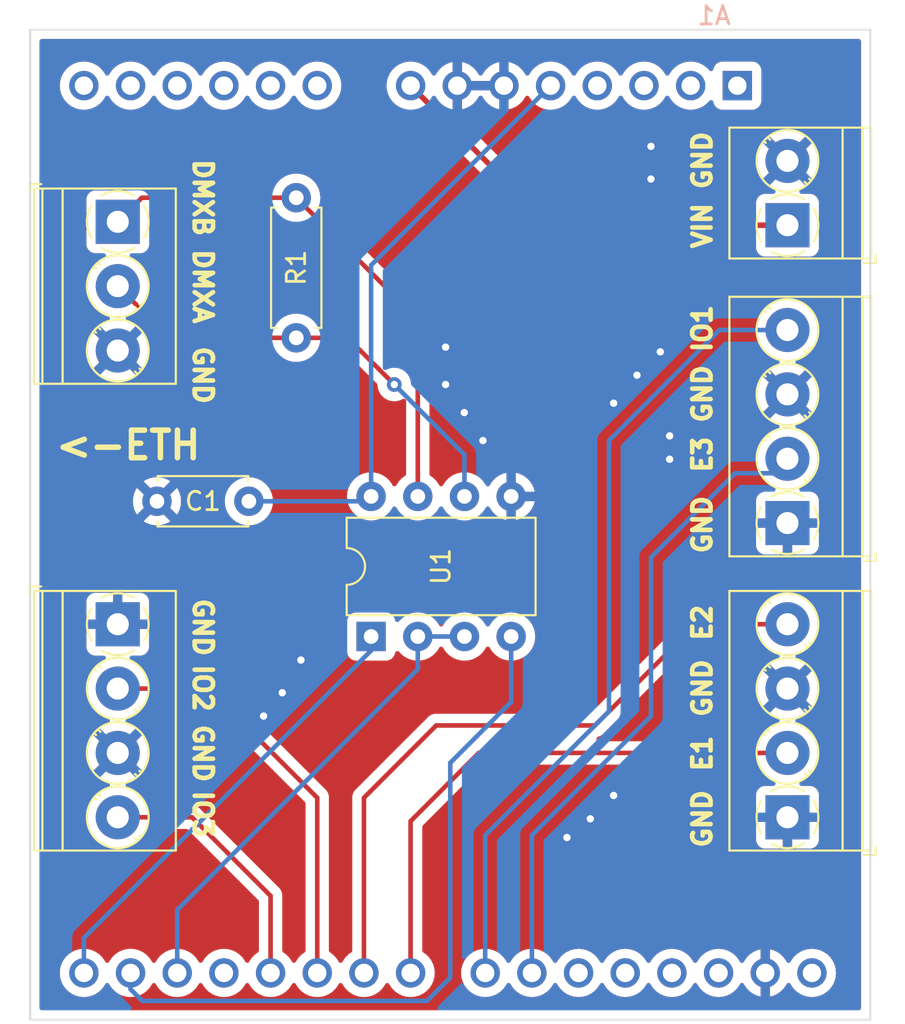
<source format=kicad_pcb>
(kicad_pcb (version 20211014) (generator pcbnew)
  (layers (0 "F.Cu" signal) (31 "B.Cu" signal) (34 "B.Paste" user) (35 "F.Paste" user) (36 "B.SilkS" user "B.Silkscreen") (37 "F.SilkS" user "F.Silkscreen") (38 "B.Mask" user) (39 "F.Mask" user) (44 "Edge.Cuts" user))
  (net 0 "")
  (net 5 "Net-(A1-Pad5)")
  (net 6 "GND")
  (net 7 "Net-(A1-Pad8)")
  (net 14 "/RS485_RX")
  (net 15 "/RS485_TX")
  (net 16 "/RS485_DE")
  (net 18 "Net-(A1-Pad19)")
  (net 19 "Net-(A1-Pad20)")
  (net 20 "Net-(A1-Pad21)")
  (net 21 "Net-(A1-Pad22)")
  (net 22 "Net-(A1-Pad23)")
  (net 23 "Net-(A1-Pad24)")
  (net 29 "/RS485_B")
  (net 30 "/RS485_A")
  (footprint "Capacitor_THT:C_Disc_D4.7mm_W2.5mm_P5.00mm" (layer "F.Cu") (at 137.628 87.884 180)
    (fp_text reference "C1" (at 2.5 0) (layer "F.SilkS"))
    (fp_text value "10uF")
    (fp_line (start 0.03 -1.37) (end 0.03 -1.055) (layer "F.SilkS") (width 0.12))
    (fp_line (start 0.03 -1.37) (end 4.97 -1.37) (layer "F.SilkS") (width 0.12))
    (fp_line (start 0.03 1.055) (end 0.03 1.37) (layer "F.SilkS") (width 0.12))
    (fp_line (start 4.97 1.055) (end 4.97 1.37) (layer "F.SilkS") (width 0.12))
    (fp_line (start 4.97 -1.37) (end 4.97 -1.055) (layer "F.SilkS") (width 0.12))
    (fp_line (start 0.03 1.37) (end 4.97 1.37) (layer "F.SilkS") (width 0.12))
    (pad "1" thru_hole circle (at 0 0 180) (size 1.6 1.6) (drill 0.8) (layers *.Cu *.Mask) (net 5 "Net-(A1-Pad5)"))
    (pad "2" thru_hole circle (at 5 0 180) (size 1.6 1.6) (drill 0.8) (layers *.Cu *.Mask) (net 6 "GND"))
  )
  (footprint "TerminalBlock_Phoenix:TerminalBlock_Phoenix_PT-1,5-4-3.5-H_1x04_P3.50mm_Horizontal" (layer "F.Cu") (at 166.94 105.072 90)
    (fp_text reference "J2" hide)
    (fp_text value "Conn_01x04")
    (fp_line (start -1.81 4.56) (end 12.31 4.56) (layer "F.SilkS") (width 0.12))
    (fp_line (start -1.81 4.1) (end 12.31 4.1) (layer "F.SilkS") (width 0.12))
    (fp_line (start 12.31 -3.16) (end 12.31 4.56) (layer "F.SilkS") (width 0.12))
    (fp_line (start 4.775 -1.069) (end 4.646 -0.941) (layer "F.SilkS") (width 0.12))
    (fp_line (start 11.775 -1.069) (end 11.646 -0.941) (layer "F.SilkS") (width 0.12))
    (fp_line (start 4.57 -1.275) (end 4.476 -1.181) (layer "F.SilkS") (width 0.12))
    (fp_line (start -2.05 4.16) (end -2.05 4.8) (layer "F.SilkS") (width 0.12))
    (fp_line (start 6.025 1.181) (end 5.931 1.274) (layer "F.SilkS") (width 0.12))
    (fp_line (start -1.81 -3.16) (end 12.31 -3.16) (layer "F.SilkS") (width 0.12))
    (fp_line (start 9.525 1.181) (end 9.431 1.274) (layer "F.SilkS") (width 0.12))
    (fp_line (start -1.81 3) (end 12.31 3) (layer "F.SilkS") (width 0.12))
    (fp_line (start -2.05 4.8) (end -1.65 4.8) (layer "F.SilkS") (width 0.12))
    (fp_line (start 2.525 1.181) (end 2.431 1.274) (layer "F.SilkS") (width 0.12))
    (fp_line (start 5.855 0.941) (end 5.726 1.069) (layer "F.SilkS") (width 0.12))
    (fp_line (start -1.81 -3.16) (end -1.81 4.56) (layer "F.SilkS") (width 0.12))
    (fp_line (start 11.57 -1.275) (end 11.476 -1.181) (layer "F.SilkS") (width 0.12))
    (fp_line (start 9.355 0.941) (end 9.226 1.069) (layer "F.SilkS") (width 0.12))
    (fp_line (start 8.07 -1.275) (end 7.976 -1.181) (layer "F.SilkS") (width 0.12))
    (fp_line (start 8.275 -1.069) (end 8.146 -0.941) (layer "F.SilkS") (width 0.12))
    (fp_line (start 2.355 0.941) (end 2.226 1.069) (layer "F.SilkS") (width 0.12))
    (fp_arc (start 0.890264 1.424721) (mid 0.463071 1.61492) (end 0 1.68) (layer "F.SilkS") (width 0.12))
    (fp_arc (start 0.028674 1.680099) (mid -0.435535 1.622918) (end -0.866 1.44) (layer "F.SilkS") (width 0.12))
    (fp_arc (start -0.889894 -1.425358) (mid -0.014012 -1.680286) (end 0.866 -1.44) (layer "F.SilkS") (width 0.12))
    (fp_arc (start -1.425358 0.889894) (mid -1.680286 0.014012) (end -1.44 -0.866) (layer "F.SilkS") (width 0.12))
    (fp_arc (start 1.425504 -0.890193) (mid 1.680626 0.000476) (end 1.425 0.891) (layer "F.SilkS") (width 0.12))
    (fp_circle (center 3.5 0) (end 5.18 0) (layer "F.SilkS") (width 0.12) (fill none))
    (fp_circle (center 7 0) (end 8.68 0) (layer "F.SilkS") (width 0.12) (fill none))
    (fp_circle (center 10.5 0) (end 12.18 0) (layer "F.SilkS") (width 0.12) (fill none))
    (pad "1" thru_hole rect (at 0 0 90) (size 2.4 2.4) (drill 1.2) (layers *.Cu *.Mask) (net 6 "GND"))
    (pad "2" thru_hole circle (at 3.5 0 90) (size 2.4 2.4) (drill 1.2) (layers *.Cu *.Mask) (net 21 "Net-(A1-Pad22)"))
    (pad "3" thru_hole circle (at 7 0 90) (size 2.4 2.4) (drill 1.2) (layers *.Cu *.Mask) (net 6 "GND"))
    (pad "4" thru_hole circle (at 10.5 0 90) (size 2.4 2.4) (drill 1.2) (layers *.Cu *.Mask) (net 20 "Net-(A1-Pad21)"))
  )
  (footprint "TerminalBlock_Phoenix:TerminalBlock_Phoenix_PT-1,5-3-3.5-H_1x03_P3.50mm_Horizontal" (layer "F.Cu") (at 130.494 72.684 -90)
    (fp_text reference "J5" hide)
    (fp_text value "Conn_01x03")
    (fp_line (start 2.355 0.941) (end 2.226 1.069) (layer "F.SilkS") (width 0.12))
    (fp_line (start -2.05 4.8) (end -1.65 4.8) (layer "F.SilkS") (width 0.12))
    (fp_line (start 8.81 -3.16) (end 8.81 4.56) (layer "F.SilkS") (width 0.12))
    (fp_line (start -1.81 -3.16) (end -1.81 4.56) (layer "F.SilkS") (width 0.12))
    (fp_line (start -1.81 4.1) (end 8.81 4.1) (layer "F.SilkS") (width 0.12))
    (fp_line (start 4.775 -1.069) (end 4.646 -0.941) (layer "F.SilkS") (width 0.12))
    (fp_line (start -1.81 3) (end 8.81 3) (layer "F.SilkS") (width 0.12))
    (fp_line (start 8.07 -1.275) (end 7.976 -1.181) (layer "F.SilkS") (width 0.12))
    (fp_line (start -1.81 4.56) (end 8.81 4.56) (layer "F.SilkS") (width 0.12))
    (fp_line (start 6.025 1.181) (end 5.931 1.274) (layer "F.SilkS") (width 0.12))
    (fp_line (start -2.05 4.16) (end -2.05 4.8) (layer "F.SilkS") (width 0.12))
    (fp_line (start 2.525 1.181) (end 2.431 1.274) (layer "F.SilkS") (width 0.12))
    (fp_line (start -1.81 -3.16) (end 8.81 -3.16) (layer "F.SilkS") (width 0.12))
    (fp_line (start 5.855 0.941) (end 5.726 1.069) (layer "F.SilkS") (width 0.12))
    (fp_line (start 4.57 -1.275) (end 4.476 -1.181) (layer "F.SilkS") (width 0.12))
    (fp_line (start 8.275 -1.069) (end 8.146 -0.941) (layer "F.SilkS") (width 0.12))
    (fp_arc (start 0.028674 1.680099) (mid -0.435535 1.622918) (end -0.866 1.44) (layer "F.SilkS") (width 0.12))
    (fp_arc (start 0.890264 1.424721) (mid 0.463071 1.61492) (end 0 1.68) (layer "F.SilkS") (width 0.12))
    (fp_arc (start 1.425504 -0.890193) (mid 1.680626 0.000476) (end 1.425 0.891) (layer "F.SilkS") (width 0.12))
    (fp_arc (start -0.889894 -1.425358) (mid -0.014012 -1.680286) (end 0.866 -1.44) (layer "F.SilkS") (width 0.12))
    (fp_arc (start -1.425358 0.889894) (mid -1.680286 0.014012) (end -1.44 -0.866) (layer "F.SilkS") (width 0.12))
    (fp_circle (center 3.5 0) (end 5.18 0) (layer "F.SilkS") (width 0.12) (fill none))
    (fp_circle (center 7 0) (end 8.68 0) (layer "F.SilkS") (width 0.12) (fill none))
    (pad "1" thru_hole rect (at 0 0 270) (size 2.4 2.4) (drill 1.2) (layers *.Cu *.Mask) (net 29 "/RS485_B"))
    (pad "2" thru_hole circle (at 3.5 0 270) (size 2.4 2.4) (drill 1.2) (layers *.Cu *.Mask) (net 30 "/RS485_A"))
    (pad "3" thru_hole circle (at 7 0 270) (size 2.4 2.4) (drill 1.2) (layers *.Cu *.Mask) (net 6 "GND"))
  )
  (footprint "Package_DIP:DIP-8_W7.62mm" (layer "F.Cu") (at 144.282 95.24 90)
    (fp_text reference "U1" (at 3.81 3.8 90) (layer "F.SilkS"))
    (fp_text value "MAX485E")
    (fp_line (start 1.16 8.95) (end 6.46 8.95) (layer "F.SilkS") (width 0.12))
    (fp_line (start 6.46 -1.33) (end 4.81 -1.33) (layer "F.SilkS") (width 0.12))
    (fp_line (start 1.16 -1.33) (end 1.16 8.95) (layer "F.SilkS") (width 0.12))
    (fp_line (start 6.46 8.95) (end 6.46 -1.33) (layer "F.SilkS") (width 0.12))
    (fp_line (start 2.81 -1.33) (end 1.16 -1.33) (layer "F.SilkS") (width 0.12))
    (fp_arc (start 4.81 -1.33) (mid 3.81 -0.33) (end 2.81 -1.33) (layer "F.SilkS") (width 0.12))
    (pad "1" thru_hole rect (at 0 0 90) (size 1.6 1.6) (drill 0.8) (layers *.Cu *.Mask) (net 14 "/RS485_RX"))
    (pad "2" thru_hole oval (at 0 2.54 90) (size 1.6 1.6) (drill 0.8) (layers *.Cu *.Mask) (net 16 "/RS485_DE"))
    (pad "3" thru_hole oval (at 0 5.08 90) (size 1.6 1.6) (drill 0.8) (layers *.Cu *.Mask) (net 16 "/RS485_DE"))
    (pad "4" thru_hole oval (at 0 7.62 90) (size 1.6 1.6) (drill 0.8) (layers *.Cu *.Mask) (net 15 "/RS485_TX"))
    (pad "5" thru_hole oval (at 7.62 7.62 90) (size 1.6 1.6) (drill 0.8) (layers *.Cu *.Mask) (net 6 "GND"))
    (pad "6" thru_hole oval (at 7.62 5.08 90) (size 1.6 1.6) (drill 0.8) (layers *.Cu *.Mask) (net 30 "/RS485_A"))
    (pad "7" thru_hole oval (at 7.62 2.54 90) (size 1.6 1.6) (drill 0.8) (layers *.Cu *.Mask) (net 29 "/RS485_B"))
    (pad "8" thru_hole oval (at 7.62 0 90) (size 1.6 1.6) (drill 0.8) (layers *.Cu *.Mask) (net 5 "Net-(A1-Pad5)"))
  )
  (footprint "TerminalBlock_Phoenix:TerminalBlock_Phoenix_PT-1,5-4-3.5-H_1x04_P3.50mm_Horizontal" (layer "F.Cu") (at 130.494 94.572 -90)
    (fp_text reference "J1" hide)
    (fp_text value "Conn_01x04")
    (fp_line (start -1.81 4.56) (end 12.31 4.56) (layer "F.SilkS") (width 0.12))
    (fp_line (start 8.275 -1.069) (end 8.146 -0.941) (layer "F.SilkS") (width 0.12))
    (fp_line (start 4.57 -1.275) (end 4.476 -1.181) (layer "F.SilkS") (width 0.12))
    (fp_line (start -1.81 -3.16) (end 12.31 -3.16) (layer "F.SilkS") (width 0.12))
    (fp_line (start -2.05 4.8) (end -1.65 4.8) (layer "F.SilkS") (width 0.12))
    (fp_line (start -1.81 -3.16) (end -1.81 4.56) (layer "F.SilkS") (width 0.12))
    (fp_line (start 4.775 -1.069) (end 4.646 -0.941) (layer "F.SilkS") (width 0.12))
    (fp_line (start 5.855 0.941) (end 5.726 1.069) (layer "F.SilkS") (width 0.12))
    (fp_line (start -1.81 4.1) (end 12.31 4.1) (layer "F.SilkS") (width 0.12))
    (fp_line (start 11.57 -1.275) (end 11.476 -1.181) (layer "F.SilkS") (width 0.12))
    (fp_line (start -2.05 4.16) (end -2.05 4.8) (layer "F.SilkS") (width 0.12))
    (fp_line (start 6.025 1.181) (end 5.931 1.274) (layer "F.SilkS") (width 0.12))
    (fp_line (start 12.31 -3.16) (end 12.31 4.56) (layer "F.SilkS") (width 0.12))
    (fp_line (start -1.81 3) (end 12.31 3) (layer "F.SilkS") (width 0.12))
    (fp_line (start 9.525 1.181) (end 9.431 1.274) (layer "F.SilkS") (width 0.12))
    (fp_line (start 9.355 0.941) (end 9.226 1.069) (layer "F.SilkS") (width 0.12))
    (fp_line (start 2.355 0.941) (end 2.226 1.069) (layer "F.SilkS") (width 0.12))
    (fp_line (start 2.525 1.181) (end 2.431 1.274) (layer "F.SilkS") (width 0.12))
    (fp_line (start 8.07 -1.275) (end 7.976 -1.181) (layer "F.SilkS") (width 0.12))
    (fp_line (start 11.775 -1.069) (end 11.646 -0.941) (layer "F.SilkS") (width 0.12))
    (fp_arc (start 0.890264 1.424721) (mid 0.463071 1.61492) (end 0 1.68) (layer "F.SilkS") (width 0.12))
    (fp_arc (start -1.425358 0.889894) (mid -1.680286 0.014012) (end -1.44 -0.866) (layer "F.SilkS") (width 0.12))
    (fp_arc (start 1.425504 -0.890193) (mid 1.680626 0.000476) (end 1.425 0.891) (layer "F.SilkS") (width 0.12))
    (fp_arc (start -0.889894 -1.425358) (mid -0.014012 -1.680286) (end 0.866 -1.44) (layer "F.SilkS") (width 0.12))
    (fp_arc (start 0.028674 1.680099) (mid -0.435535 1.622918) (end -0.866 1.44) (layer "F.SilkS") (width 0.12))
    (fp_circle (center 7 0) (end 8.68 0) (layer "F.SilkS") (width 0.12) (fill none))
    (fp_circle (center 3.5 0) (end 5.18 0) (layer "F.SilkS") (width 0.12) (fill none))
    (fp_circle (center 10.5 0) (end 12.18 0) (layer "F.SilkS") (width 0.12) (fill none))
    (pad "1" thru_hole rect (at 0 0 270) (size 2.4 2.4) (drill 1.2) (layers *.Cu *.Mask) (net 6 "GND"))
    (pad "2" thru_hole circle (at 3.5 0 270) (size 2.4 2.4) (drill 1.2) (layers *.Cu *.Mask) (net 19 "Net-(A1-Pad20)"))
    (pad "3" thru_hole circle (at 7 0 270) (size 2.4 2.4) (drill 1.2) (layers *.Cu *.Mask) (net 6 "GND"))
    (pad "4" thru_hole circle (at 10.5 0 270) (size 2.4 2.4) (drill 1.2) (layers *.Cu *.Mask) (net 18 "Net-(A1-Pad19)"))
  )
  (footprint "TerminalBlock_Phoenix:TerminalBlock_Phoenix_PT-1,5-4-3.5-H_1x04_P3.50mm_Horizontal" (layer "F.Cu") (at 166.94 89.07 90)
    (fp_text reference "J3" hide)
    (fp_text value "Conn_01x04")
    (fp_line (start 6.025 1.181) (end 5.931 1.274) (layer "F.SilkS") (width 0.12))
    (fp_line (start -2.05 4.8) (end -1.65 4.8) (layer "F.SilkS") (width 0.12))
    (fp_line (start -2.05 4.16) (end -2.05 4.8) (layer "F.SilkS") (width 0.12))
    (fp_line (start -1.81 3) (end 12.31 3) (layer "F.SilkS") (width 0.12))
    (fp_line (start 4.57 -1.275) (end 4.476 -1.181) (layer "F.SilkS") (width 0.12))
    (fp_line (start 9.355 0.941) (end 9.226 1.069) (layer "F.SilkS") (width 0.12))
    (fp_line (start 12.31 -3.16) (end 12.31 4.56) (layer "F.SilkS") (width 0.12))
    (fp_line (start 11.57 -1.275) (end 11.476 -1.181) (layer "F.SilkS") (width 0.12))
    (fp_line (start -1.81 4.1) (end 12.31 4.1) (layer "F.SilkS") (width 0.12))
    (fp_line (start 8.07 -1.275) (end 7.976 -1.181) (layer "F.SilkS") (width 0.12))
    (fp_line (start 9.525 1.181) (end 9.431 1.274) (layer "F.SilkS") (width 0.12))
    (fp_line (start 4.775 -1.069) (end 4.646 -0.941) (layer "F.SilkS") (width 0.12))
    (fp_line (start 11.775 -1.069) (end 11.646 -0.941) (layer "F.SilkS") (width 0.12))
    (fp_line (start 2.525 1.181) (end 2.431 1.274) (layer "F.SilkS") (width 0.12))
    (fp_line (start -1.81 -3.16) (end 12.31 -3.16) (layer "F.SilkS") (width 0.12))
    (fp_line (start 2.355 0.941) (end 2.226 1.069) (layer "F.SilkS") (width 0.12))
    (fp_line (start -1.81 4.56) (end 12.31 4.56) (layer "F.SilkS") (width 0.12))
    (fp_line (start 8.275 -1.069) (end 8.146 -0.941) (layer "F.SilkS") (width 0.12))
    (fp_line (start 5.855 0.941) (end 5.726 1.069) (layer "F.SilkS") (width 0.12))
    (fp_line (start -1.81 -3.16) (end -1.81 4.56) (layer "F.SilkS") (width 0.12))
    (fp_arc (start -1.425358 0.889894) (mid -1.680286 0.014012) (end -1.44 -0.866) (layer "F.SilkS") (width 0.12))
    (fp_arc (start 0.028674 1.680099) (mid -0.435535 1.622918) (end -0.866 1.44) (layer "F.SilkS") (width 0.12))
    (fp_arc (start 1.425504 -0.890193) (mid 1.680626 0.000476) (end 1.425 0.891) (layer "F.SilkS") (width 0.12))
    (fp_arc (start -0.889894 -1.425358) (mid -0.014012 -1.680286) (end 0.866 -1.44) (layer "F.SilkS") (width 0.12))
    (fp_arc (start 0.890264 1.424721) (mid 0.463071 1.61492) (end 0 1.68) (layer "F.SilkS") (width 0.12))
    (fp_circle (center 10.5 0) (end 12.18 0) (layer "F.SilkS") (width 0.12) (fill none))
    (fp_circle (center 7 0) (end 8.68 0) (layer "F.SilkS") (width 0.12) (fill none))
    (fp_circle (center 3.5 0) (end 5.18 0) (layer "F.SilkS") (width 0.12) (fill none))
    (pad "1" thru_hole rect (at 0 0 90) (size 2.4 2.4) (drill 1.2) (layers *.Cu *.Mask) (net 6 "GND"))
    (pad "2" thru_hole circle (at 3.5 0 90) (size 2.4 2.4) (drill 1.2) (layers *.Cu *.Mask) (net 23 "Net-(A1-Pad24)"))
    (pad "3" thru_hole circle (at 7 0 90) (size 2.4 2.4) (drill 1.2) (layers *.Cu *.Mask) (net 6 "GND"))
    (pad "4" thru_hole circle (at 10.5 0 90) (size 2.4 2.4) (drill 1.2) (layers *.Cu *.Mask) (net 22 "Net-(A1-Pad23)"))
  )
  (footprint "Resistor_THT:R_Axial_DIN0207_L6.3mm_D2.5mm_P7.62mm_Horizontal" (layer "F.Cu") (at 140.208 71.374 -90)
    (fp_text reference "R1" (at 3.81 0 90) (layer "F.SilkS"))
    (fp_text value "120")
    (fp_line (start 7.08 1.37) (end 7.08 1.04) (layer "F.SilkS") (width 0.12))
    (fp_line (start 7.08 -1.37) (end 7.08 -1.04) (layer "F.SilkS") (width 0.12))
    (fp_line (start 0.54 1.04) (end 0.54 1.37) (layer "F.SilkS") (width 0.12))
    (fp_line (start 0.54 -1.04) (end 0.54 -1.37) (layer "F.SilkS") (width 0.12))
    (fp_line (start 0.54 1.37) (end 7.08 1.37) (layer "F.SilkS") (width 0.12))
    (fp_line (start 0.54 -1.37) (end 7.08 -1.37) (layer "F.SilkS") (width 0.12))
    (pad "1" thru_hole circle (at 0 0 270) (size 1.6 1.6) (drill 0.8) (layers *.Cu *.Mask) (net 29 "/RS485_B"))
    (pad "2" thru_hole oval (at 7.62 0 270) (size 1.6 1.6) (drill 0.8) (layers *.Cu *.Mask) (net 30 "/RS485_A"))
  )
  (footprint "TerminalBlock_Phoenix:TerminalBlock_Phoenix_PT-1,5-2-3.5-H_1x02_P3.50mm_Horizontal" (layer "F.Cu") (at 166.94 72.87 90)
    (fp_text reference "J4" hide)
    (fp_text value "Conn_01x02")
    (fp_line (start -1.81 4.56) (end 5.31 4.56) (layer "F.SilkS") (width 0.12))
    (fp_line (start 4.775 -1.069) (end 4.646 -0.941) (layer "F.SilkS") (width 0.12))
    (fp_line (start -1.81 -3.16) (end 5.31 -3.16) (layer "F.SilkS") (width 0.12))
    (fp_line (start -1.81 3) (end 5.31 3) (layer "F.SilkS") (width 0.12))
    (fp_line (start -1.81 4.1) (end 5.31 4.1) (layer "F.SilkS") (width 0.12))
    (fp_line (start -1.81 -3.16) (end -1.81 4.56) (layer "F.SilkS") (width 0.12))
    (fp_line (start -2.05 4.16) (end -2.05 4.8) (layer "F.SilkS") (width 0.12))
    (fp_line (start -2.05 4.8) (end -1.65 4.8) (layer "F.SilkS") (width 0.12))
    (fp_line (start 2.525 1.181) (end 2.431 1.274) (layer "F.SilkS") (width 0.12))
    (fp_line (start 2.355 0.941) (end 2.226 1.069) (layer "F.SilkS") (width 0.12))
    (fp_line (start 4.57 -1.275) (end 4.476 -1.181) (layer "F.SilkS") (width 0.12))
    (fp_line (start 5.31 -3.16) (end 5.31 4.56) (layer "F.SilkS") (width 0.12))
    (fp_arc (start -0.889894 -1.425358) (mid -0.014012 -1.680286) (end 0.866 -1.44) (layer "F.SilkS") (width 0.12))
    (fp_arc (start -1.425358 0.889894) (mid -1.680286 0.014012) (end -1.44 -0.866) (layer "F.SilkS") (width 0.12))
    (fp_arc (start 0.890264 1.424721) (mid 0.463071 1.61492) (end 0 1.68) (layer "F.SilkS") (width 0.12))
    (fp_arc (start 0.028674 1.680099) (mid -0.435535 1.622918) (end -0.866 1.44) (layer "F.SilkS") (width 0.12))
    (fp_arc (start 1.425504 -0.890193) (mid 1.680626 0.000476) (end 1.425 0.891) (layer "F.SilkS") (width 0.12))
    (fp_circle (center 3.5 0) (end 5.18 0) (layer "F.SilkS") (width 0.12) (fill none))
    (pad "1" thru_hole rect (at 0 0 90) (size 2.4 2.4) (drill 1.2) (layers *.Cu *.Mask) (net 7 "Net-(A1-Pad8)"))
    (pad "2" thru_hole circle (at 3.5 0 90) (size 2.4 2.4) (drill 1.2) (layers *.Cu *.Mask) (net 6 "GND"))
  )
  (footprint "Module:Arduino_UNO_R2" (layer "B.Cu") (at 164.211 65.278 180)
    (fp_text reference "A1" (at 1.27 3.81) (layer "B.SilkS") (effects (justify mirror)))
    (fp_text value "Arduino_UNO_R2")
    (pad "1" thru_hole rect (at 0 0 90) (size 1.6 1.6) (drill 1) (layers *.Cu *.Mask))
    (pad "2" thru_hole oval (at 2.54 0 90) (size 1.6 1.6) (drill 1) (layers *.Cu *.Mask))
    (pad "3" thru_hole oval (at 5.08 0 90) (size 1.6 1.6) (drill 1) (layers *.Cu *.Mask))
    (pad "4" thru_hole oval (at 7.62 0 90) (size 1.6 1.6) (drill 1) (layers *.Cu *.Mask))
    (pad "5" thru_hole oval (at 10.16 0 90) (size 1.6 1.6) (drill 1) (layers *.Cu *.Mask) (net 5 "Net-(A1-Pad5)"))
    (pad "6" thru_hole oval (at 12.7 0 90) (size 1.6 1.6) (drill 1) (layers *.Cu *.Mask) (net 6 "GND"))
    (pad "7" thru_hole oval (at 15.24 0 90) (size 1.6 1.6) (drill 1) (layers *.Cu *.Mask) (net 6 "GND"))
    (pad "8" thru_hole oval (at 17.78 0 90) (size 1.6 1.6) (drill 1) (layers *.Cu *.Mask) (net 7 "Net-(A1-Pad8)"))
    (pad "9" thru_hole oval (at 22.86 0 90) (size 1.6 1.6) (drill 1) (layers *.Cu *.Mask))
    (pad "10" thru_hole oval (at 25.4 0 90) (size 1.6 1.6) (drill 1) (layers *.Cu *.Mask))
    (pad "11" thru_hole oval (at 27.94 0 90) (size 1.6 1.6) (drill 1) (layers *.Cu *.Mask))
    (pad "12" thru_hole oval (at 30.48 0 90) (size 1.6 1.6) (drill 1) (layers *.Cu *.Mask))
    (pad "13" thru_hole oval (at 33.02 0 90) (size 1.6 1.6) (drill 1) (layers *.Cu *.Mask))
    (pad "14" thru_hole oval (at 35.56 0 90) (size 1.6 1.6) (drill 1) (layers *.Cu *.Mask))
    (pad "15" thru_hole oval (at 35.56 -48.26 90) (size 1.6 1.6) (drill 1) (layers *.Cu *.Mask) (net 14 "/RS485_RX"))
    (pad "16" thru_hole oval (at 33.02 -48.26 90) (size 1.6 1.6) (drill 1) (layers *.Cu *.Mask) (net 15 "/RS485_TX"))
    (pad "17" thru_hole oval (at 30.48 -48.26 90) (size 1.6 1.6) (drill 1) (layers *.Cu *.Mask) (net 16 "/RS485_DE"))
    (pad "18" thru_hole oval (at 27.94 -48.26 90) (size 1.6 1.6) (drill 1) (layers *.Cu *.Mask))
    (pad "19" thru_hole oval (at 25.4 -48.26 90) (size 1.6 1.6) (drill 1) (layers *.Cu *.Mask) (net 18 "Net-(A1-Pad19)"))
    (pad "20" thru_hole oval (at 22.86 -48.26 90) (size 1.6 1.6) (drill 1) (layers *.Cu *.Mask) (net 19 "Net-(A1-Pad20)"))
    (pad "21" thru_hole oval (at 20.32 -48.26 90) (size 1.6 1.6) (drill 1) (layers *.Cu *.Mask) (net 20 "Net-(A1-Pad21)"))
    (pad "22" thru_hole oval (at 17.78 -48.26 90) (size 1.6 1.6) (drill 1) (layers *.Cu *.Mask) (net 21 "Net-(A1-Pad22)"))
    (pad "23" thru_hole oval (at 13.72 -48.26 90) (size 1.6 1.6) (drill 1) (layers *.Cu *.Mask) (net 22 "Net-(A1-Pad23)"))
    (pad "24" thru_hole oval (at 11.18 -48.26 90) (size 1.6 1.6) (drill 1) (layers *.Cu *.Mask) (net 23 "Net-(A1-Pad24)"))
    (pad "25" thru_hole oval (at 8.64 -48.26 90) (size 1.6 1.6) (drill 1) (layers *.Cu *.Mask))
    (pad "26" thru_hole oval (at 6.1 -48.26 90) (size 1.6 1.6) (drill 1) (layers *.Cu *.Mask))
    (pad "27" thru_hole oval (at 3.56 -48.26 90) (size 1.6 1.6) (drill 1) (layers *.Cu *.Mask))
    (pad "28" thru_hole oval (at 1.02 -48.26 90) (size 1.6 1.6) (drill 1) (layers *.Cu *.Mask))
    (pad "29" thru_hole oval (at -1.52 -48.26 90) (size 1.6 1.6) (drill 1) (layers *.Cu *.Mask) (net 6 "GND"))
    (pad "30" thru_hole oval (at -4.06 -48.26 90) (size 1.6 1.6) (drill 1) (layers *.Cu *.Mask))
  )
  (gr_rect (start 125.73 62.23) (end 171.45 116.078) (layer "Edge.Cuts") (width 0.1) (fill none))
  (gr_text "GND" (at 135.128 94.742 270) (layer "F.SilkS") (effects (font (size 1 1) (thickness 0.25))))
  (gr_text "GND" (at 135.128 101.6 270) (layer "F.SilkS") (effects (font (size 1 1) (thickness 0.25))))
  (gr_text "GND" (at 162.306 82.042 90) (layer "F.SilkS") (effects (font (size 1 1) (thickness 0.25))))
  (gr_text "IO1" (at 162.306 78.486 90) (layer "F.SilkS") (effects (font (size 1 1) (thickness 0.25))))
  (gr_text "DMXB" (at 135.128 71.374 270) (layer "F.SilkS") (effects (font (size 1 1) (thickness 0.25))))
  (gr_text "IO2" (at 135.128 98.044 270) (layer "F.SilkS") (effects (font (size 1 1) (thickness 0.25))))
  (gr_text "IO3" (at 135.128 104.902 270) (layer "F.SilkS") (effects (font (size 1 1) (thickness 0.25))))
  (gr_text "GND" (at 162.306 69.342 90) (layer "F.SilkS") (effects (font (size 1 1) (thickness 0.25))))
  (gr_text "GND" (at 162.306 105.156 90) (layer "F.SilkS") (effects (font (size 1 1) (thickness 0.25))))
  (gr_text "E1" (at 162.306 101.6 90) (layer "F.SilkS") (effects (font (size 1 1) (thickness 0.25))))
  (gr_text "VIN" (at 162.306 72.898 90) (layer "F.SilkS") (effects (font (size 1 1) (thickness 0.25))))
  (gr_text "GND" (at 162.306 89.154 90) (layer "F.SilkS") (effects (font (size 1 1) (thickness 0.25))))
  (gr_text "<-ETH" (at 131.064 84.836) (layer "F.SilkS") (effects (font (size 1.5 1.5) (thickness 0.3))))
  (gr_text "GND" (at 162.306 98.044 90) (layer "F.SilkS") (effects (font (size 1 1) (thickness 0.25))))
  (gr_text "DMXA" (at 135.128 76.2 270) (layer "F.SilkS") (effects (font (size 1 1) (thickness 0.25))))
  (gr_text "GND" (at 135.128 81.026 270) (layer "F.SilkS") (effects (font (size 1 1) (thickness 0.25))))
  (gr_text "E2" (at 162.306 94.488 90) (layer "F.SilkS") (effects (font (size 1 1) (thickness 0.25))))
  (gr_text "E3" (at 162.306 85.344 90) (layer "F.SilkS") (effects (font (size 1 1) (thickness 0.25))))
  (segment (start 144.282 75.047) (end 154.051 65.278) (width 0.25) (layer "B.Cu") (net 5))
  (segment (start 144.018 87.884) (end 144.282 87.62) (width 0.25) (layer "B.Cu") (net 5))
  (segment (start 137.628 87.884) (end 144.018 87.884) (width 0.25) (layer "B.Cu") (net 5))
  (segment (start 144.282 87.62) (end 144.282 75.047) (width 0.25) (layer "B.Cu") (net 5))
  (via (at 157.48 103.886) (size 0.8) (drill 0.4) (layers "F.Cu" "B.Cu") (net 6))
  (via (at 157.48 82.55) (size 0.8) (drill 0.4) (layers "F.Cu" "B.Cu") (net 6))
  (via (at 139.446 98.298) (size 0.8) (drill 0.4) (layers "F.Cu" "B.Cu") (net 6))
  (via (at 150.368 84.582) (size 0.8) (drill 0.4) (layers "F.Cu" "B.Cu") (net 6))
  (via (at 160.528 84.328) (size 0.8) (drill 0.4) (layers "F.Cu" "B.Cu") (net 6))
  (via (at 159.512 70.358) (size 0.8) (drill 0.4) (layers "F.Cu" "B.Cu") (net 6))
  (via (at 160.528 85.598) (size 0.8) (drill 0.4) (layers "F.Cu" "B.Cu") (net 6))
  (via (at 154.94 106.172) (size 0.8) (drill 0.4) (layers "F.Cu" "B.Cu") (net 6))
  (via (at 138.43 99.568) (size 0.8) (drill 0.4) (layers "F.Cu" "B.Cu") (net 6))
  (via (at 159.512 68.58) (size 0.8) (drill 0.4) (layers "F.Cu" "B.Cu") (net 6))
  (via (at 160.02 79.756) (size 0.8) (drill 0.4) (layers "F.Cu" "B.Cu") (net 6))
  (via (at 148.336 81.534) (size 0.8) (drill 0.4) (layers "F.Cu" "B.Cu") (net 6))
  (via (at 156.21 105.156) (size 0.8) (drill 0.4) (layers "F.Cu" "B.Cu") (net 6))
  (via (at 148.336 79.502) (size 0.8) (drill 0.4) (layers "F.Cu" "B.Cu") (net 6))
  (via (at 149.352 83.058) (size 0.8) (drill 0.4) (layers "F.Cu" "B.Cu") (net 6))
  (via (at 158.75 81.026) (size 0.8) (drill 0.4) (layers "F.Cu" "B.Cu") (net 6))
  (via (at 140.462 96.52) (size 0.8) (drill 0.4) (layers "F.Cu" "B.Cu") (net 6))
  (segment (start 166.94 72.87) (end 154.023 72.87) (width 0.3) (layer "F.Cu") (net 7))
  (segment (start 154.023 72.87) (end 146.431 65.278) (width 0.3) (layer "F.Cu") (net 7))
  (segment (start 128.651 111.633) (end 144.282 96.002) (width 0.25) (layer "B.Cu") (net 14))
  (segment (start 144.282 96.002) (end 144.282 95.24) (width 0.25) (layer "B.Cu") (net 14))
  (segment (start 128.651 113.538) (end 128.651 111.633) (width 0.25) (layer "B.Cu") (net 14))
  (segment (start 131.826 115.062) (end 147.32 115.062) (width 0.25) (layer "B.Cu") (net 15))
  (segment (start 131.191 114.427) (end 131.826 115.062) (width 0.25) (layer "B.Cu") (net 15))
  (segment (start 148.59 102.108) (end 151.902 98.796) (width 0.25) (layer "B.Cu") (net 15))
  (segment (start 151.902 98.796) (end 151.902 95.24) (width 0.25) (layer "B.Cu") (net 15))
  (segment (start 147.32 115.062) (end 148.59 113.792) (width 0.25) (layer "B.Cu") (net 15))
  (segment (start 131.191 113.538) (end 131.191 114.427) (width 0.25) (layer "B.Cu") (net 15))
  (segment (start 148.59 113.792) (end 148.59 102.108) (width 0.25) (layer "B.Cu") (net 15))
  (segment (start 133.731 110.109) (end 146.822 97.018) (width 0.25) (layer "B.Cu") (net 16))
  (segment (start 146.822 97.018) (end 146.822 95.24) (width 0.25) (layer "B.Cu") (net 16))
  (segment (start 133.731 113.538) (end 133.731 110.109) (width 0.25) (layer "B.Cu") (net 16))
  (segment (start 149.362 95.24) (end 146.822 95.24) (width 0.25) (layer "B.Cu") (net 16))
  (segment (start 138.811 109.347) (end 134.536 105.072) (width 0.25) (layer "F.Cu") (net 18))
  (segment (start 134.536 105.072) (end 130.494 105.072) (width 0.25) (layer "F.Cu") (net 18))
  (segment (start 138.811 113.538) (end 138.811 109.347) (width 0.25) (layer "F.Cu") (net 18))
  (segment (start 141.351 104.013) (end 141.351 113.538) (width 0.25) (layer "F.Cu") (net 19))
  (segment (start 130.494 98.072) (end 135.41 98.072) (width 0.25) (layer "F.Cu") (net 19))
  (segment (start 135.41 98.072) (end 141.351 104.013) (width 0.25) (layer "F.Cu") (net 19))
  (segment (start 161.968 94.572) (end 166.94 94.572) (width 0.25) (layer "F.Cu") (net 20))
  (segment (start 143.891 104.013) (end 147.828 100.076) (width 0.25) (layer "F.Cu") (net 20))
  (segment (start 147.828 100.076) (end 156.464 100.076) (width 0.25) (layer "F.Cu") (net 20))
  (segment (start 156.464 100.076) (end 161.968 94.572) (width 0.25) (layer "F.Cu") (net 20))
  (segment (start 143.891 113.538) (end 143.891 104.013) (width 0.25) (layer "F.Cu") (net 20))
  (segment (start 166.94 101.572) (end 150.142 101.572) (width 0.25) (layer "F.Cu") (net 21))
  (segment (start 146.431 105.283) (end 146.431 113.538) (width 0.25) (layer "F.Cu") (net 21))
  (segment (start 150.142 101.572) (end 146.431 105.283) (width 0.25) (layer "F.Cu") (net 21))
  (segment (start 163.238 78.57) (end 157.226 84.582) (width 0.25) (layer "B.Cu") (net 22))
  (segment (start 157.226 99.314) (end 150.491 106.049) (width 0.25) (layer "B.Cu") (net 22))
  (segment (start 150.491 106.049) (end 150.491 113.538) (width 0.25) (layer "B.Cu") (net 22))
  (segment (start 157.226 84.582) (end 157.226 99.314) (width 0.25) (layer "B.Cu") (net 22))
  (segment (start 166.94 78.57) (end 163.238 78.57) (width 0.25) (layer "B.Cu") (net 22))
  (segment (start 166.15 86.36) (end 166.94 85.57) (width 0.25) (layer "B.Cu") (net 23))
  (segment (start 159.512 90.932) (end 164.084 86.36) (width 0.25) (layer "B.Cu") (net 23))
  (segment (start 164.084 86.36) (end 166.15 86.36) (width 0.25) (layer "B.Cu") (net 23))
  (segment (start 159.512 99.568) (end 159.512 90.932) (width 0.25) (layer "B.Cu") (net 23))
  (segment (start 153.031 106.049) (end 159.512 99.568) (width 0.25) (layer "B.Cu") (net 23))
  (segment (start 153.031 113.538) (end 153.031 106.049) (width 0.25) (layer "B.Cu") (net 23))
  (segment (start 146.822 77.988) (end 140.208 71.374) (width 0.25) (layer "F.Cu") (net 29))
  (segment (start 131.804 71.374) (end 130.494 72.684) (width 0.25) (layer "F.Cu") (net 29))
  (segment (start 146.822 87.62) (end 146.822 77.988) (width 0.25) (layer "F.Cu") (net 29))
  (segment (start 140.208 71.374) (end 131.804 71.374) (width 0.25) (layer "F.Cu") (net 29))
  (segment (start 140.208 78.994) (end 133.304 78.994) (width 0.25) (layer "F.Cu") (net 30))
  (segment (start 145.542 81.534) (end 143.002 78.994) (width 0.25) (layer "F.Cu") (net 30))
  (segment (start 133.304 78.994) (end 130.494 76.184) (width 0.25) (layer "F.Cu") (net 30))
  (segment (start 143.002 78.994) (end 140.208 78.994) (width 0.25) (layer "F.Cu") (net 30))
  (via (at 145.542 81.534) (size 0.8) (drill 0.4) (layers "F.Cu" "B.Cu") (net 30))
  (segment (start 149.362 85.354) (end 145.542 81.534) (width 0.25) (layer "B.Cu") (net 30))
  (segment (start 149.362 87.62) (end 149.362 85.354) (width 0.25) (layer "B.Cu") (net 30))
  (zone (net 6) (net_name "GND") (layers F&B.Cu) (connect_pads (clearance 0.508)) (min_thickness 0.254) (fill yes (thermal_gap 0.508) (thermal_bridge_width 0.508))
    (polygon (pts (xy 171.45 116.332) (xy 125.73 116.078) (xy 125.73 62.23) (xy 171.45 62.23)))
  )
)
</source>
